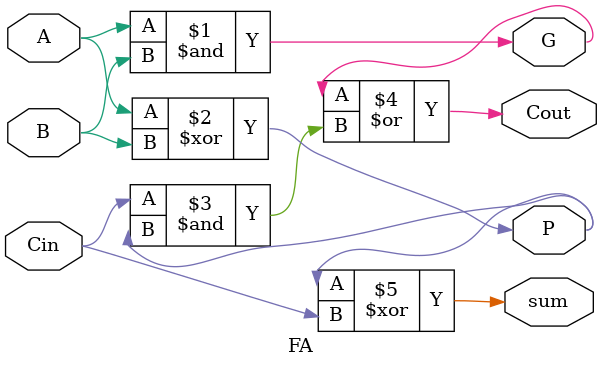
<source format=sv>
`timescale 1ns / 1ps


module FA(
    input logic Cin,
    input logic A,
    input logic B,
    output logic sum,
    output logic Cout,
    output logic G,
    output logic P
    );

    assign G = A&B;
    assign P = A^B;

    assign Cout = G|(Cin&(P));
    assign sum = P^Cin;

endmodule

</source>
